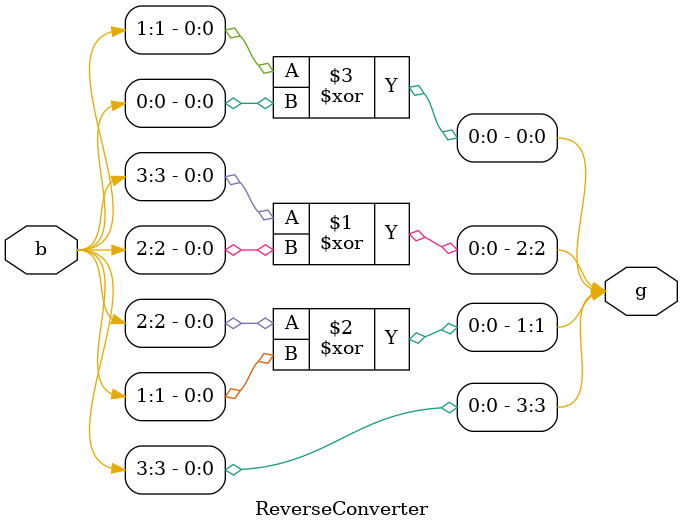
<source format=sv>
`timescale 1ns/1ns

module ReverseConverter (input [3:0]b,output [3:0]g);
    wire temp_n; 
    not first_n(temp_n,b[3]);
    not second_n(g[3],temp_n);

    xor #(3) first_xor(g[2],b[3],b[2]),
    second_xor(g[1],b[2],b[1]),
    third_xor(g[0],b[1],b[0]);
    
endmodule
</source>
